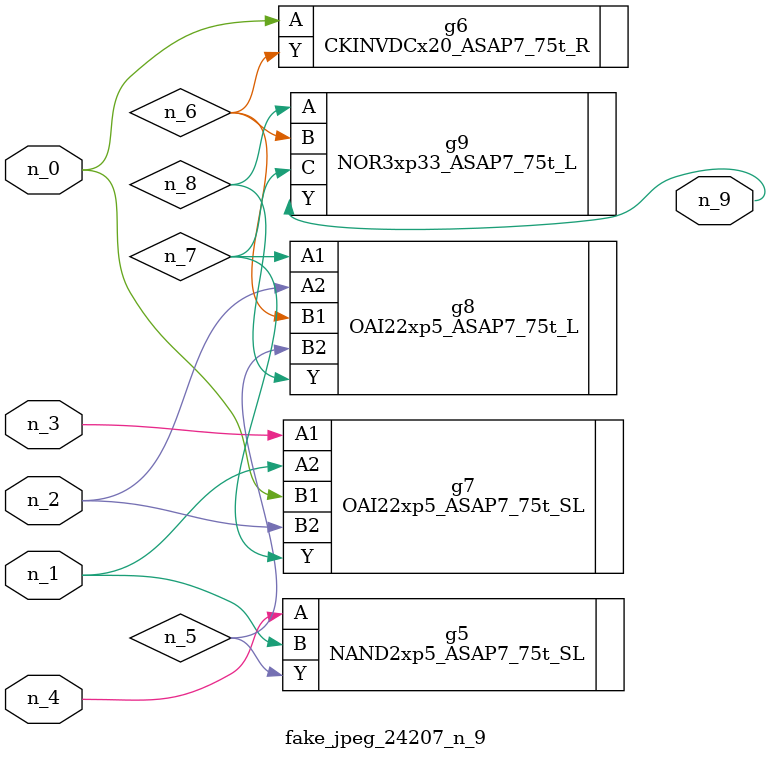
<source format=v>
module fake_jpeg_24207_n_9 (n_3, n_2, n_1, n_0, n_4, n_9);

input n_3;
input n_2;
input n_1;
input n_0;
input n_4;

output n_9;

wire n_8;
wire n_6;
wire n_5;
wire n_7;

NAND2xp5_ASAP7_75t_SL g5 ( 
.A(n_4),
.B(n_1),
.Y(n_5)
);

CKINVDCx20_ASAP7_75t_R g6 ( 
.A(n_0),
.Y(n_6)
);

OAI22xp5_ASAP7_75t_SL g7 ( 
.A1(n_3),
.A2(n_1),
.B1(n_0),
.B2(n_2),
.Y(n_7)
);

OAI22xp5_ASAP7_75t_L g8 ( 
.A1(n_7),
.A2(n_2),
.B1(n_6),
.B2(n_5),
.Y(n_8)
);

NOR3xp33_ASAP7_75t_L g9 ( 
.A(n_8),
.B(n_6),
.C(n_7),
.Y(n_9)
);


endmodule
</source>
